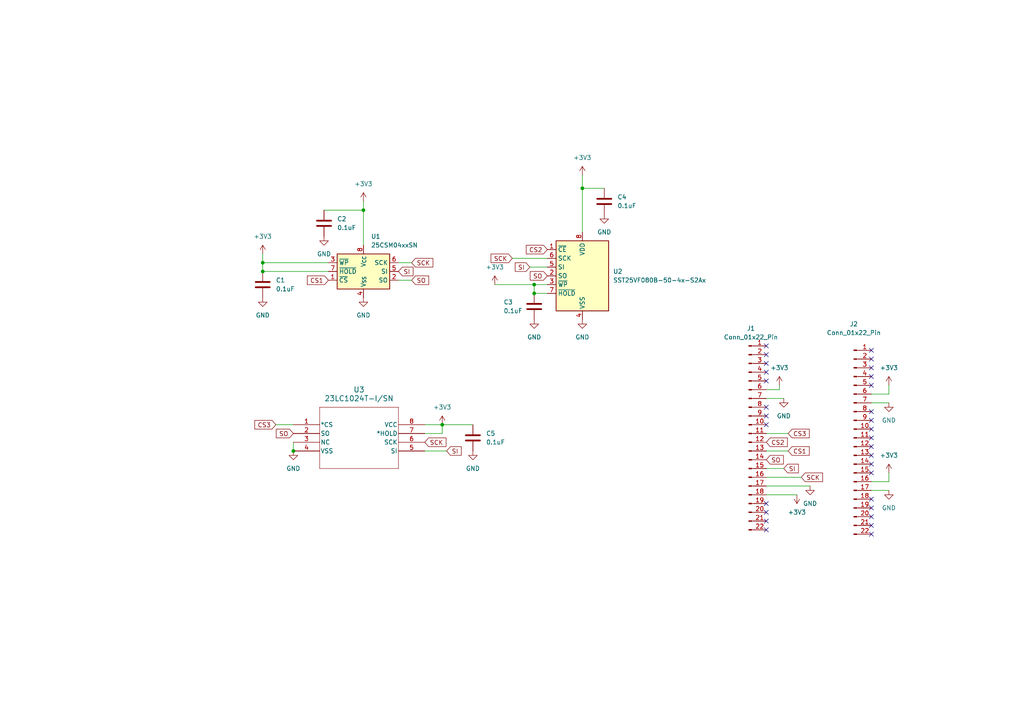
<source format=kicad_sch>
(kicad_sch (version 20230121) (generator eeschema)
  (paper "A4")
  (lib_symbols
    (symbol "23LC1024T-I_SN_1" (pin_names (offset 0.254))
      (property "Reference" "U" (at 40.64 8.89 0))
      (property "Value" "23LC1024T-I/SN" (at 41.91 6.35 0))
      (symbol "23LC1024T-I_SN_1_0_1"
        (polyline (pts (xy 30.48 5.08) (xy 30.48 -12.7)) (stroke (width 0.127)))
        (polyline (pts (xy 53.34 -12.7) (xy 53.34 5.08)) (stroke (width 0.127)))
        (polyline (pts (xy 53.34 5.08) (xy 30.48 5.08)) (stroke (width 0.127)))
        (pin input line (at 22.86 0 0) (length 7.62) (name "*CS") (number "1"))
        (pin power_in line (at 22.86 -7.62 0) (length 7.62) (name "VSS") (number "4"))
        (pin input line (at 60.96 -5.08 180) (length 7.62) (name "SCK") (number "6"))
        (pin power_in line (at 60.96 0 180) (length 7.62) (name "VCC") (number "8"))
      )
      (symbol "23LC1024T-I_SN_1_1_1"
        (polyline (pts (xy 30.48 -12.7) (xy 53.34 -12.7)) (stroke (width 0.127)))
        (pin bidirectional line (at 22.86 -2.54 0) (length 7.62) (name "SO") (number "2"))
        (pin bidirectional line (at 22.86 -5.08 0) (length 7.62) (name "NC") (number "3"))
        (pin bidirectional line (at 60.96 -7.62 180) (length 7.62) (name "SI") (number "5"))
        (pin bidirectional line (at 60.96 -2.54 180) (length 7.62) (name "*HOLD") (number "7"))
      )
    )
    (symbol "Connector:Conn_01x22_Pin" (pin_names (offset 1.016) hide)
      (property "Reference" "J" (at 0 27.94 0))
      (property "Value" "Conn_01x22_Pin" (at 0 -30.48 0))
      (symbol "Conn_01x22_Pin_1_1"
        (polyline (pts (xy 1.27 -27.94) (xy 0.8636 -27.94)) (stroke (width 0.1524)))
        (polyline (pts (xy 1.27 -25.4) (xy 0.8636 -25.4)) (stroke (width 0.1524)))
        (polyline (pts (xy 1.27 -22.86) (xy 0.8636 -22.86)) (stroke (width 0.1524)))
        (polyline (pts (xy 1.27 -20.32) (xy 0.8636 -20.32)) (stroke (width 0.1524)))
        (polyline (pts (xy 1.27 -17.78) (xy 0.8636 -17.78)) (stroke (width 0.1524)))
        (polyline (pts (xy 1.27 -15.24) (xy 0.8636 -15.24)) (stroke (width 0.1524)))
        (polyline (pts (xy 1.27 -12.7) (xy 0.8636 -12.7)) (stroke (width 0.1524)))
        (polyline (pts (xy 1.27 -10.16) (xy 0.8636 -10.16)) (stroke (width 0.1524)))
        (polyline (pts (xy 1.27 -7.62) (xy 0.8636 -7.62)) (stroke (width 0.1524)))
        (polyline (pts (xy 1.27 -5.08) (xy 0.8636 -5.08)) (stroke (width 0.1524)))
        (polyline (pts (xy 1.27 -2.54) (xy 0.8636 -2.54)) (stroke (width 0.1524)))
        (polyline (pts (xy 1.27 0) (xy 0.8636 0)) (stroke (width 0.1524)))
        (polyline (pts (xy 1.27 2.54) (xy 0.8636 2.54)) (stroke (width 0.1524)))
        (polyline (pts (xy 1.27 5.08) (xy 0.8636 5.08)) (stroke (width 0.1524)))
        (polyline (pts (xy 1.27 7.62) (xy 0.8636 7.62)) (stroke (width 0.1524)))
        (polyline (pts (xy 1.27 10.16) (xy 0.8636 10.16)) (stroke (width 0.1524)))
        (polyline (pts (xy 1.27 12.7) (xy 0.8636 12.7)) (stroke (width 0.1524)))
        (polyline (pts (xy 1.27 15.24) (xy 0.8636 15.24)) (stroke (width 0.1524)))
        (polyline (pts (xy 1.27 17.78) (xy 0.8636 17.78)) (stroke (width 0.1524)))
        (polyline (pts (xy 1.27 20.32) (xy 0.8636 20.32)) (stroke (width 0.1524)))
        (polyline (pts (xy 1.27 22.86) (xy 0.8636 22.86)) (stroke (width 0.1524)))
        (polyline (pts (xy 1.27 25.4) (xy 0.8636 25.4)) (stroke (width 0.1524)))
        (rectangle (start 0.8636 -27.813) (end 0 -28.067) (stroke (width 0.1524)) (fill (type outline)))
        (rectangle (start 0.8636 -25.273) (end 0 -25.527) (stroke (width 0.1524)) (fill (type outline)))
        (rectangle (start 0.8636 -22.733) (end 0 -22.987) (stroke (width 0.1524)) (fill (type outline)))
        (rectangle (start 0.8636 -20.193) (end 0 -20.447) (stroke (width 0.1524)) (fill (type outline)))
        (rectangle (start 0.8636 -17.653) (end 0 -17.907) (stroke (width 0.1524)) (fill (type outline)))
        (rectangle (start 0.8636 -15.113) (end 0 -15.367) (stroke (width 0.1524)) (fill (type outline)))
        (rectangle (start 0.8636 -12.573) (end 0 -12.827) (stroke (width 0.1524)) (fill (type outline)))
        (rectangle (start 0.8636 -10.033) (end 0 -10.287) (stroke (width 0.1524)) (fill (type outline)))
        (rectangle (start 0.8636 -7.493) (end 0 -7.747) (stroke (width 0.1524)) (fill (type outline)))
        (rectangle (start 0.8636 -4.953) (end 0 -5.207) (stroke (width 0.1524)) (fill (type outline)))
        (rectangle (start 0.8636 -2.413) (end 0 -2.667) (stroke (width 0.1524)) (fill (type outline)))
        (rectangle (start 0.8636 0.127) (end 0 -0.127) (stroke (width 0.1524)) (fill (type outline)))
        (rectangle (start 0.8636 2.667) (end 0 2.413) (stroke (width 0.1524)) (fill (type outline)))
        (rectangle (start 0.8636 5.207) (end 0 4.953) (stroke (width 0.1524)) (fill (type outline)))
        (rectangle (start 0.8636 7.747) (end 0 7.493) (stroke (width 0.1524)) (fill (type outline)))
        (rectangle (start 0.8636 10.287) (end 0 10.033) (stroke (width 0.1524)) (fill (type outline)))
        (rectangle (start 0.8636 12.827) (end 0 12.573) (stroke (width 0.1524)) (fill (type outline)))
        (rectangle (start 0.8636 15.367) (end 0 15.113) (stroke (width 0.1524)) (fill (type outline)))
        (rectangle (start 0.8636 17.907) (end 0 17.653) (stroke (width 0.1524)) (fill (type outline)))
        (rectangle (start 0.8636 20.447) (end 0 20.193) (stroke (width 0.1524)) (fill (type outline)))
        (rectangle (start 0.8636 22.987) (end 0 22.733) (stroke (width 0.1524)) (fill (type outline)))
        (rectangle (start 0.8636 25.527) (end 0 25.273) (stroke (width 0.1524)) (fill (type outline)))
        (pin passive line (at 5.08 25.4 180) (length 3.81) (name "Pin_1") (number "1"))
        (pin passive line (at 5.08 2.54 180) (length 3.81) (name "Pin_10") (number "10"))
        (pin passive line (at 5.08 0 180) (length 3.81) (name "Pin_11") (number "11"))
        (pin passive line (at 5.08 -2.54 180) (length 3.81) (name "Pin_12") (number "12"))
        (pin passive line (at 5.08 -5.08 180) (length 3.81) (name "Pin_13") (number "13"))
        (pin passive line (at 5.08 -7.62 180) (length 3.81) (name "Pin_14") (number "14"))
        (pin passive line (at 5.08 -10.16 180) (length 3.81) (name "Pin_15") (number "15"))
        (pin passive line (at 5.08 -12.7 180) (length 3.81) (name "Pin_16") (number "16"))
        (pin passive line (at 5.08 -15.24 180) (length 3.81) (name "Pin_17") (number "17"))
        (pin passive line (at 5.08 -17.78 180) (length 3.81) (name "Pin_18") (number "18"))
        (pin passive line (at 5.08 -20.32 180) (length 3.81) (name "Pin_19") (number "19"))
        (pin passive line (at 5.08 22.86 180) (length 3.81) (name "Pin_2") (number "2"))
        (pin passive line (at 5.08 -22.86 180) (length 3.81) (name "Pin_20") (number "20"))
        (pin passive line (at 5.08 -25.4 180) (length 3.81) (name "Pin_21") (number "21"))
        (pin passive line (at 5.08 -27.94 180) (length 3.81) (name "Pin_22") (number "22"))
        (pin passive line (at 5.08 20.32 180) (length 3.81) (name "Pin_3") (number "3"))
        (pin passive line (at 5.08 17.78 180) (length 3.81) (name "Pin_4") (number "4"))
        (pin passive line (at 5.08 15.24 180) (length 3.81) (name "Pin_5") (number "5"))
        (pin passive line (at 5.08 12.7 180) (length 3.81) (name "Pin_6") (number "6"))
        (pin passive line (at 5.08 10.16 180) (length 3.81) (name "Pin_7") (number "7"))
        (pin passive line (at 5.08 7.62 180) (length 3.81) (name "Pin_8") (number "8"))
        (pin passive line (at 5.08 5.08 180) (length 3.81) (name "Pin_9") (number "9"))
      )
    )
    (symbol "Device:C" (pin_numbers hide) (pin_names (offset 0.254))
      (property "Reference" "C" (at 0.635 2.54 0))
      (property "Value" "C" (at 0.635 -2.54 0))
      (symbol "C_0_1"
        (polyline (pts (xy -2.032 -0.762) (xy 2.032 -0.762)) (stroke (width 0.508)))
        (polyline (pts (xy -2.032 0.762) (xy 2.032 0.762)) (stroke (width 0.508)))
      )
      (symbol "C_1_1"
        (pin passive line (at 0 3.81 270) (length 2.794) (name "~") (number "1"))
        (pin passive line (at 0 -3.81 90) (length 2.794) (name "~") (number "2"))
      )
    )
    (symbol "Memory_EEPROM:25CSM04xxSN"
      (property "Reference" "U3" (at 1.9559 8.89 0))
      (property "Value" "25CSM04xxSN" (at 1.9559 6.35 0))
      (symbol "25CSM04xxSN_1_1"
        (rectangle (start -7.62 5.08) (end 7.62 -5.08) (stroke (width 0.254)) (fill (type background)))
        (pin input line (at -10.16 -2.54 0) (length 2.54) (name "~{CS}") (number "1"))
        (pin tri_state line (at 10.16 -2.54 180) (length 2.54) (name "SO") (number "2"))
        (pin input line (at -10.16 2.54 0) (length 2.54) (name "~{WP}") (number "3"))
        (pin power_in line (at 0 -7.62 90) (length 2.54) (name "V_{SS}") (number "4"))
        (pin input line (at 10.16 0 180) (length 2.54) (name "SI") (number "5"))
        (pin input line (at 10.16 2.54 180) (length 2.54) (name "SCK") (number "6"))
        (pin input line (at -10.16 0 0) (length 2.54) (name "~{HOLD}") (number "7"))
        (pin power_in line (at 0 7.62 270) (length 2.54) (name "V_{CC}") (number "8"))
      )
    )
    (symbol "Memory_Flash:SST25VF080B-50-4x-S2Ax"
      (property "Reference" "U" (at -6.35 11.43 0))
      (property "Value" "SST25VF080B-50-4x-S2Ax" (at 13.97 11.43 0))
      (symbol "SST25VF080B-50-4x-S2Ax_0_1"
        (rectangle (start -7.62 10.16) (end 7.62 -10.16) (stroke (width 0.254)) (fill (type background)))
      )
      (symbol "SST25VF080B-50-4x-S2Ax_1_1"
        (pin input line (at -10.16 7.62 0) (length 2.54) (name "~{CE}") (number "1"))
        (pin output line (at -10.16 0 0) (length 2.54) (name "SO") (number "2"))
        (pin input line (at -10.16 -2.54 0) (length 2.54) (name "~{WP}") (number "3"))
        (pin power_in line (at 0 -12.7 90) (length 2.54) (name "VSS") (number "4"))
        (pin input line (at -10.16 2.54 0) (length 2.54) (name "SI") (number "5"))
        (pin input line (at -10.16 5.08 0) (length 2.54) (name "SCK") (number "6"))
        (pin input line (at -10.16 -5.08 0) (length 2.54) (name "~{HOLD}") (number "7"))
        (pin power_in line (at 0 12.7 270) (length 2.54) (name "VDD") (number "8"))
      )
    )
    (symbol "power:+3V3" (power) (pin_names (offset 0))
      (property "Value" "+3V3" (at 0 3.556 0))
      (symbol "+3V3_0_1"
        (polyline (pts (xy -0.762 1.27) (xy 0 2.54)))
        (polyline (pts (xy 0 0) (xy 0 2.54)))
        (polyline (pts (xy 0 2.54) (xy 0.762 1.27)))
      )
      (symbol "+3V3_1_1"
        (pin power_in line (at 0 0 90) (length 0) hide (name "+3V3") (number "1"))
      )
    )
    (symbol "power:GND" (power) (pin_names (offset 0))
      (property "Value" "GND" (at 0 -3.81 0))
      (symbol "GND_0_1"
        (polyline (pts (xy 0 0) (xy 0 -1.27) (xy 1.27 -1.27) (xy 0 -2.54) (xy -1.27 -1.27) (xy 0 -1.27)))
      )
      (symbol "GND_1_1"
        (pin power_in line (at 0 0 270) (length 0) hide (name "GND") (number "1"))
      )
    )
  )
  (junction (at 168.91 54.61))
  (junction (at 154.94 85.09))
  (junction (at 76.2 76.2))
  (junction (at 154.94 82.55))
  (junction (at 128.27 123.19))
  (junction (at 85.09 130.81))
  (junction (at 76.2 78.74))
  (junction (at 105.41 60.96))
  (no_connect (at 252.73 101.6))
  (no_connect (at 252.73 152.4))
  (no_connect (at 252.73 149.86))
  (no_connect (at 222.25 123.19))
  (no_connect (at 252.73 144.78))
  (no_connect (at 252.73 147.32))
  (no_connect (at 252.73 132.08))
  (no_connect (at 252.73 137.16))
  (no_connect (at 252.73 111.76))
  (no_connect (at 252.73 154.94))
  (no_connect (at 222.25 110.49))
  (no_connect (at 222.25 102.87))
  (no_connect (at 222.25 146.05))
  (no_connect (at 252.73 104.14))
  (no_connect (at 252.73 134.62))
  (no_connect (at 222.25 105.41))
  (no_connect (at 252.73 124.46))
  (no_connect (at 222.25 107.95))
  (no_connect (at 222.25 151.13))
  (no_connect (at 252.73 129.54))
  (no_connect (at 222.25 148.59))
  (no_connect (at 252.73 106.68))
  (no_connect (at 222.25 153.67))
  (no_connect (at 252.73 121.92))
  (no_connect (at 222.25 120.65))
  (no_connect (at 222.25 100.33))
  (no_connect (at 252.73 119.38))
  (no_connect (at 222.25 118.11))
  (no_connect (at 252.73 109.22))
  (no_connect (at 252.73 127))
  (wire (pts (xy 123.19 130.81) (xy 129.54 130.81)))
  (wire (pts (xy 252.73 139.7) (xy 257.81 139.7)))
  (wire (pts (xy 128.27 123.19) (xy 137.16 123.19)))
  (wire (pts (xy 105.41 60.96) (xy 105.41 71.12)))
  (wire (pts (xy 257.81 111.76) (xy 257.81 114.3)))
  (wire (pts (xy 128.27 125.73) (xy 128.27 123.19)))
  (wire (pts (xy 168.91 50.8) (xy 168.91 54.61)))
  (wire (pts (xy 252.73 114.3) (xy 257.81 114.3)))
  (wire (pts (xy 93.98 60.96) (xy 105.41 60.96)))
  (wire (pts (xy 168.91 54.61) (xy 175.26 54.61)))
  (wire (pts (xy 76.2 73.66) (xy 76.2 76.2)))
  (wire (pts (xy 123.19 123.19) (xy 128.27 123.19)))
  (wire (pts (xy 252.73 116.84) (xy 257.81 116.84)))
  (wire (pts (xy 226.06 111.76) (xy 226.06 113.03)))
  (wire (pts (xy 105.41 58.42) (xy 105.41 60.96)))
  (wire (pts (xy 115.57 76.2) (xy 119.38 76.2)))
  (wire (pts (xy 222.25 135.89) (xy 227.33 135.89)))
  (wire (pts (xy 85.09 128.27) (xy 85.09 130.81)))
  (wire (pts (xy 76.2 78.74) (xy 76.2 76.2)))
  (wire (pts (xy 222.25 125.73) (xy 228.6 125.73)))
  (wire (pts (xy 115.57 81.28) (xy 119.38 81.28)))
  (wire (pts (xy 222.25 143.51) (xy 231.14 143.51)))
  (wire (pts (xy 222.25 130.81) (xy 228.6 130.81)))
  (wire (pts (xy 252.73 142.24) (xy 257.81 142.24)))
  (wire (pts (xy 123.19 125.73) (xy 128.27 125.73)))
  (wire (pts (xy 222.25 113.03) (xy 226.06 113.03)))
  (wire (pts (xy 154.94 85.09) (xy 158.75 85.09)))
  (wire (pts (xy 148.59 74.93) (xy 158.75 74.93)))
  (wire (pts (xy 168.91 54.61) (xy 168.91 67.31)))
  (wire (pts (xy 153.67 77.47) (xy 158.75 77.47)))
  (wire (pts (xy 154.94 82.55) (xy 154.94 85.09)))
  (wire (pts (xy 95.25 78.74) (xy 76.2 78.74)))
  (wire (pts (xy 222.25 140.97) (xy 234.95 140.97)))
  (wire (pts (xy 222.25 115.57) (xy 227.33 115.57)))
  (wire (pts (xy 143.51 82.55) (xy 154.94 82.55)))
  (wire (pts (xy 80.01 123.19) (xy 85.09 123.19)))
  (wire (pts (xy 76.2 76.2) (xy 95.25 76.2)))
  (wire (pts (xy 257.81 137.16) (xy 257.81 139.7)))
  (wire (pts (xy 222.25 138.43) (xy 232.41 138.43)))
  (wire (pts (xy 158.75 82.55) (xy 154.94 82.55)))
  (global_label "SO" (shape input) (at 85.09 125.73 180) (property "Intersheetrefs" "${INTERSHEET_REFS}" (effects hide)))
  (global_label "CS1" (shape input) (at 95.25 81.28 180) (property "Intersheetrefs" "${INTERSHEET_REFS}" (effects hide)))
  (global_label "SI" (shape input) (at 115.57 78.74 0) (property "Intersheetrefs" "${INTERSHEET_REFS}" (effects hide)))
  (global_label "SCK" (shape input) (at 123.19 128.27 0) (property "Intersheetrefs" "${INTERSHEET_REFS}" (effects hide)))
  (global_label "SI" (shape input) (at 153.67 77.47 180) (property "Intersheetrefs" "${INTERSHEET_REFS}" (effects hide)))
  (global_label "SO" (shape input) (at 222.25 133.35 0) (property "Intersheetrefs" "${INTERSHEET_REFS}" (effects hide)))
  (global_label "CS2" (shape input) (at 158.75 72.39 180) (property "Intersheetrefs" "${INTERSHEET_REFS}" (effects hide)))
  (global_label "SO" (shape input) (at 119.38 81.28 0) (property "Intersheetrefs" "${INTERSHEET_REFS}" (effects hide)))
  (global_label "SI" (shape input) (at 227.33 135.89 0) (property "Intersheetrefs" "${INTERSHEET_REFS}" (effects hide)))
  (global_label "SI" (shape input) (at 129.54 130.81 0) (property "Intersheetrefs" "${INTERSHEET_REFS}" (effects hide)))
  (global_label "CS2" (shape input) (at 222.25 128.27 0) (property "Intersheetrefs" "${INTERSHEET_REFS}" (effects hide)))
  (global_label "SCK" (shape input) (at 148.59 74.93 180) (property "Intersheetrefs" "${INTERSHEET_REFS}" (effects hide)))
  (global_label "CS1" (shape input) (at 228.6 130.81 0) (property "Intersheetrefs" "${INTERSHEET_REFS}" (effects hide)))
  (global_label "SCK" (shape input) (at 232.41 138.43 0) (property "Intersheetrefs" "${INTERSHEET_REFS}" (effects hide)))
  (global_label "SCK" (shape input) (at 119.38 76.2 0) (property "Intersheetrefs" "${INTERSHEET_REFS}" (effects hide)))
  (global_label "CS3" (shape input) (at 228.6 125.73 0) (property "Intersheetrefs" "${INTERSHEET_REFS}" (effects hide)))
  (global_label "CS3" (shape input) (at 80.01 123.19 180) (property "Intersheetrefs" "${INTERSHEET_REFS}" (effects hide)))
  (global_label "SO" (shape input) (at 158.75 80.01 180) (property "Intersheetrefs" "${INTERSHEET_REFS}" (effects hide)))
  (symbol (lib_name "23LC1024T-I_SN_1") (lib_id "2023-11-23_01-02-04:23LC1024T-I_SN") (at 62.23 123.19 0) (unit 1)
    (property "Reference" "U3" (at 104.14 113.03 0) (effects (font (size 1.524 1.524))))
    (property "Value" "23LC1024T-I/SN" (at 104.14 115.57 0) (effects (font (size 1.524 1.524))))
    (property "Footprint" "Package_SO:SOIC-8-N7_3.9x4.9mm_P1.27mm" (effects hide))
    (property "Datasheet" "23LC1024T-I/SN" (effects hide))
  )
  (symbol (lib_id "power:GND") (at 257.81 116.84 0) (unit 1)
    (property "Reference" "#PWR019" (effects hide))
    (property "Value" "GND" (at 257.81 121.92 0))
  )
  (symbol (lib_id "power:+3V3") (at 105.41 58.42 0) (unit 1)
    (property "Reference" "#PWR02" (effects hide))
    (property "Value" "+3V3" (at 105.41 53.34 0))
  )
  (symbol (lib_id "Device:C") (at 137.16 127 0) (unit 1)
    (property "Reference" "C5" (at 140.97 125.73 0) (effects (justify left)))
    (property "Value" "0.1uF" (at 140.97 128.27 0) (effects (justify left)))
    (property "Footprint" "Capacitor_SMD:C_0603_1608Metric" (effects hide))
  )
  (symbol (lib_id "power:GND") (at 137.16 130.81 0) (unit 1)
    (property "Reference" "#PWR011" (effects hide))
    (property "Value" "GND" (at 137.16 135.89 0))
  )
  (symbol (lib_id "power:GND") (at 227.33 115.57 0) (unit 1)
    (property "Reference" "#PWR017" (effects hide))
    (property "Value" "GND" (at 227.33 120.65 0))
  )
  (symbol (lib_id "Connector:Conn_01x22_Pin") (at 217.17 125.73 0) (unit 1)
    (property "Reference" "J1" (at 217.805 95.25 0))
    (property "Value" "Conn_01x22_Pin" (at 217.805 97.79 0))
    (property "Footprint" "Connector_PinHeader_2.54mm:PinHeader_1x22_P2.54mm_Vertical" (effects hide))
  )
  (symbol (lib_id "power:+3V3") (at 231.14 143.51 180) (unit 1)
    (property "Reference" "#PWR014" (effects hide))
    (property "Value" "+3V3" (at 231.14 148.59 0))
  )
  (symbol (lib_id "power:GND") (at 257.81 142.24 0) (unit 1)
    (property "Reference" "#PWR021" (effects hide))
    (property "Value" "GND" (at 257.81 147.32 0))
  )
  (symbol (lib_id "power:+3V3") (at 257.81 111.76 0) (unit 1)
    (property "Reference" "#PWR018" (effects hide))
    (property "Value" "+3V3" (at 257.81 106.68 0))
  )
  (symbol (lib_id "Device:C") (at 175.26 58.42 0) (unit 1)
    (property "Reference" "C4" (at 179.07 57.15 0) (effects (justify left)))
    (property "Value" "0.1uF" (at 179.07 59.69 0) (effects (justify left)))
    (property "Footprint" "Capacitor_SMD:C_0603_1608Metric" (effects hide))
  )
  (symbol (lib_id "power:+3V3") (at 168.91 50.8 0) (unit 1)
    (property "Reference" "#PWR05" (effects hide))
    (property "Value" "+3V3" (at 168.91 45.72 0))
  )
  (symbol (lib_id "power:+3V3") (at 226.06 111.76 0) (unit 1)
    (property "Reference" "#PWR016" (effects hide))
    (property "Value" "+3V3" (at 226.06 106.68 0))
  )
  (symbol (lib_id "power:GND") (at 76.2 86.36 0) (unit 1)
    (property "Reference" "#PWR07" (effects hide))
    (property "Value" "GND" (at 76.2 91.44 0))
  )
  (symbol (lib_id "power:+3V3") (at 143.51 82.55 0) (unit 1)
    (property "Reference" "#PWR06" (effects hide))
    (property "Value" "+3V3" (at 143.51 77.47 0))
  )
  (symbol (lib_id "Device:C") (at 93.98 64.77 0) (unit 1)
    (property "Reference" "C2" (at 97.79 63.5 0) (effects (justify left)))
    (property "Value" "0.1uF" (at 97.79 66.04 0) (effects (justify left)))
    (property "Footprint" "Capacitor_SMD:C_0603_1608Metric" (effects hide))
  )
  (symbol (lib_id "power:GND") (at 85.09 130.81 0) (unit 1)
    (property "Reference" "#PWR013" (effects hide))
    (property "Value" "GND" (at 85.09 135.89 0))
  )
  (symbol (lib_id "Memory_EEPROM:25CSM04xxSN") (at 105.41 78.74 0) (unit 1)
    (property "Reference" "U1" (at 107.6041 68.58 0) (effects (justify left)))
    (property "Value" "25CSM04xxSN" (at 107.6041 71.12 0) (effects (justify left)))
    (property "Footprint" "Package_SO:SOIC-8_3.9x4.9mm_P1.27mm" (effects hide))
    (property "Datasheet" "https://ww1.microchip.com/downloads/aemDocuments/documents/MPD/ProductDocuments/DataSheets/25CSM04-4-Mbit-SPI-Serial-EEPROM-With-128-Bit-Serial-Number-and-Enhanced-Write-Protection-20005817C.pdf" (effects hide))
  )
  (symbol (lib_id "power:+3V3") (at 257.81 137.16 0) (unit 1)
    (property "Reference" "#PWR020" (effects hide))
    (property "Value" "+3V3" (at 257.81 132.08 0))
  )
  (symbol (lib_id "power:GND") (at 93.98 68.58 0) (unit 1)
    (property "Reference" "#PWR08" (effects hide))
    (property "Value" "GND" (at 93.98 73.66 0))
  )
  (symbol (lib_id "Device:C") (at 154.94 88.9 0) (unit 1)
    (property "Reference" "C3" (at 146.05 87.63 0) (effects (justify left)))
    (property "Value" "0.1uF" (at 146.05 90.17 0) (effects (justify left)))
    (property "Footprint" "Capacitor_SMD:C_0603_1608Metric" (effects hide))
  )
  (symbol (lib_id "Device:C") (at 76.2 82.55 0) (unit 1)
    (property "Reference" "C1" (at 80.01 81.28 0) (effects (justify left)))
    (property "Value" "0.1uF" (at 80.01 83.82 0) (effects (justify left)))
    (property "Footprint" "Capacitor_SMD:C_0603_1608Metric" (effects hide))
  )
  (symbol (lib_id "power:+3V3") (at 128.27 123.19 0) (unit 1)
    (property "Reference" "#PWR012" (effects hide))
    (property "Value" "+3V3" (at 128.27 118.11 0))
  )
  (symbol (lib_id "power:GND") (at 105.41 86.36 0) (unit 1)
    (property "Reference" "#PWR03" (effects hide))
    (property "Value" "GND" (at 105.41 91.44 0))
  )
  (symbol (lib_id "power:GND") (at 175.26 62.23 0) (unit 1)
    (property "Reference" "#PWR010" (effects hide))
    (property "Value" "GND" (at 175.26 67.31 0))
  )
  (symbol (lib_id "power:GND") (at 168.91 92.71 0) (unit 1)
    (property "Reference" "#PWR04" (effects hide))
    (property "Value" "GND" (at 168.91 97.79 0))
  )
  (symbol (lib_id "Memory_Flash:SST25VF080B-50-4x-S2Ax") (at 168.91 80.01 0) (unit 1)
    (property "Reference" "U2" (at 177.8 78.74 0) (effects (justify left)))
    (property "Value" "SST25VF080B-50-4x-S2Ax" (at 177.8 81.28 0) (effects (justify left)))
    (property "Footprint" "Package_SO:SOIC-8_5.275x5.275mm_P1.27mm" (effects hide))
    (property "Datasheet" "http://ww1.microchip.com/downloads/en/DeviceDoc/20005045C.pdf" (effects hide))
  )
  (symbol (lib_id "Connector:Conn_01x22_Pin") (at 247.65 127 0) (unit 1)
    (property "Reference" "J2" (at 247.65 93.98 0))
    (property "Value" "Conn_01x22_Pin" (at 247.65 96.52 0))
    (property "Footprint" "Connector_PinHeader_2.54mm:PinHeader_1x22_P2.54mm_Vertical" (effects hide))
  )
  (symbol (lib_id "power:+3V3") (at 76.2 73.66 0) (unit 1)
    (property "Reference" "#PWR01" (effects hide))
    (property "Value" "+3V3" (at 76.2 68.58 0))
  )
  (symbol (lib_id "power:GND") (at 234.95 140.97 0) (unit 1)
    (property "Reference" "#PWR015" (effects hide))
    (property "Value" "GND" (at 234.95 146.05 0))
  )
  (symbol (lib_id "power:GND") (at 154.94 92.71 0) (unit 1)
    (property "Reference" "#PWR09" (effects hide))
    (property "Value" "GND" (at 154.94 97.79 0))
  )
)
</source>
